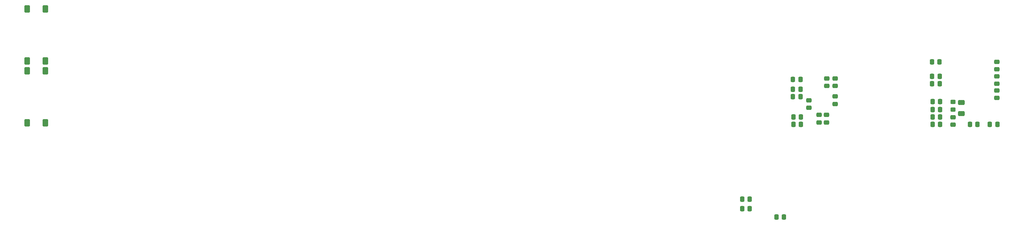
<source format=gbp>
G04 #@! TF.GenerationSoftware,KiCad,Pcbnew,9.0.5*
G04 #@! TF.CreationDate,2025-10-23T19:29:44+02:00*
G04 #@! TF.ProjectId,stencil,7374656e-6369-46c2-9e6b-696361645f70,rev?*
G04 #@! TF.SameCoordinates,Original*
G04 #@! TF.FileFunction,Paste,Bot*
G04 #@! TF.FilePolarity,Positive*
%FSLAX46Y46*%
G04 Gerber Fmt 4.6, Leading zero omitted, Abs format (unit mm)*
G04 Created by KiCad (PCBNEW 9.0.5) date 2025-10-23 19:29:44*
%MOMM*%
%LPD*%
G01*
G04 APERTURE LIST*
G04 Aperture macros list*
%AMRoundRect*
0 Rectangle with rounded corners*
0 $1 Rounding radius*
0 $2 $3 $4 $5 $6 $7 $8 $9 X,Y pos of 4 corners*
0 Add a 4 corners polygon primitive as box body*
4,1,4,$2,$3,$4,$5,$6,$7,$8,$9,$2,$3,0*
0 Add four circle primitives for the rounded corners*
1,1,$1+$1,$2,$3*
1,1,$1+$1,$4,$5*
1,1,$1+$1,$6,$7*
1,1,$1+$1,$8,$9*
0 Add four rect primitives between the rounded corners*
20,1,$1+$1,$2,$3,$4,$5,0*
20,1,$1+$1,$4,$5,$6,$7,0*
20,1,$1+$1,$6,$7,$8,$9,0*
20,1,$1+$1,$8,$9,$2,$3,0*%
G04 Aperture macros list end*
%ADD10RoundRect,0.250000X-0.337500X-0.475000X0.337500X-0.475000X0.337500X0.475000X-0.337500X0.475000X0*%
%ADD11RoundRect,0.250000X0.475000X-0.337500X0.475000X0.337500X-0.475000X0.337500X-0.475000X-0.337500X0*%
%ADD12RoundRect,0.250000X0.337500X0.475000X-0.337500X0.475000X-0.337500X-0.475000X0.337500X-0.475000X0*%
%ADD13RoundRect,0.250000X-0.475000X0.337500X-0.475000X-0.337500X0.475000X-0.337500X0.475000X0.337500X0*%
%ADD14RoundRect,0.250000X0.450000X-0.325000X0.450000X0.325000X-0.450000X0.325000X-0.450000X-0.325000X0*%
%ADD15RoundRect,0.250000X-0.650000X0.412500X-0.650000X-0.412500X0.650000X-0.412500X0.650000X0.412500X0*%
%ADD16RoundRect,0.250000X-0.500000X0.750000X-0.500000X-0.750000X0.500000X-0.750000X0.500000X0.750000X0*%
G04 APERTURE END LIST*
D10*
X259734000Y-66810000D03*
X261809000Y-66810000D03*
X297920000Y-60587000D03*
X299995000Y-60587000D03*
D11*
X303508000Y-66937000D03*
X303508000Y-64862000D03*
D10*
X297920000Y-66810000D03*
X299995000Y-66810000D03*
X297750000Y-49665000D03*
X299825000Y-49665000D03*
D12*
X315700000Y-66810000D03*
X313625000Y-66810000D03*
D10*
X255056500Y-92337000D03*
X257131500Y-92337000D03*
D13*
X271207000Y-59147000D03*
X271207000Y-61222000D03*
D10*
X259734000Y-64778000D03*
X261809000Y-64778000D03*
X297793000Y-55634000D03*
X299868000Y-55634000D03*
D12*
X247733500Y-87384000D03*
X245658500Y-87384000D03*
D10*
X297920000Y-64778000D03*
X299995000Y-64778000D03*
D13*
X315573000Y-53602000D03*
X315573000Y-55677000D03*
D12*
X310239000Y-66810000D03*
X308164000Y-66810000D03*
D10*
X259607000Y-57158000D03*
X261682000Y-57158000D03*
D14*
X303508000Y-62755000D03*
X303508000Y-60705000D03*
D13*
X315573000Y-49622000D03*
X315573000Y-51697000D03*
D10*
X259607000Y-59190000D03*
X261682000Y-59190000D03*
D12*
X247733500Y-90051000D03*
X245658500Y-90051000D03*
D11*
X266762000Y-66323500D03*
X266762000Y-64248500D03*
D10*
X297920000Y-62746000D03*
X299995000Y-62746000D03*
D11*
X263968000Y-62281000D03*
X263968000Y-60206000D03*
D15*
X305794000Y-60802500D03*
X305794000Y-63927500D03*
D13*
X315573000Y-57496000D03*
X315573000Y-59571000D03*
D11*
X268794000Y-66302000D03*
X268794000Y-64227000D03*
D13*
X271207000Y-54215500D03*
X271207000Y-56290500D03*
D10*
X259607000Y-54491000D03*
X261682000Y-54491000D03*
X297793000Y-53602000D03*
X299868000Y-53602000D03*
D13*
X268921000Y-54215500D03*
X268921000Y-56290500D03*
D16*
X49500000Y-35120000D03*
X49500000Y-49420000D03*
X54500000Y-35120000D03*
X54500000Y-49420000D03*
X49500000Y-52120000D03*
X49500000Y-66420000D03*
X54500000Y-52120000D03*
X54500000Y-66420000D03*
M02*

</source>
